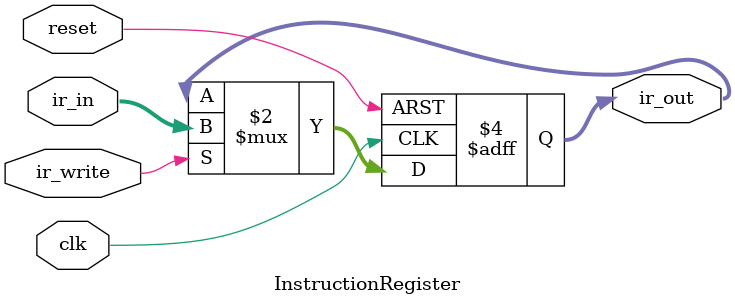
<source format=v>
module InstructionRegister (
  input wire clk,
  input wire reset,
  input wire ir_write,
  input wire [15:0] ir_in,
  output reg [15:0] ir_out
);
  always @(posedge clk or posedge reset) begin
    if (reset) begin
      ir_out <= 16'b0;
    end else if (ir_write) begin
      ir_out <= ir_in;
    end
  end
endmodule 
</source>
